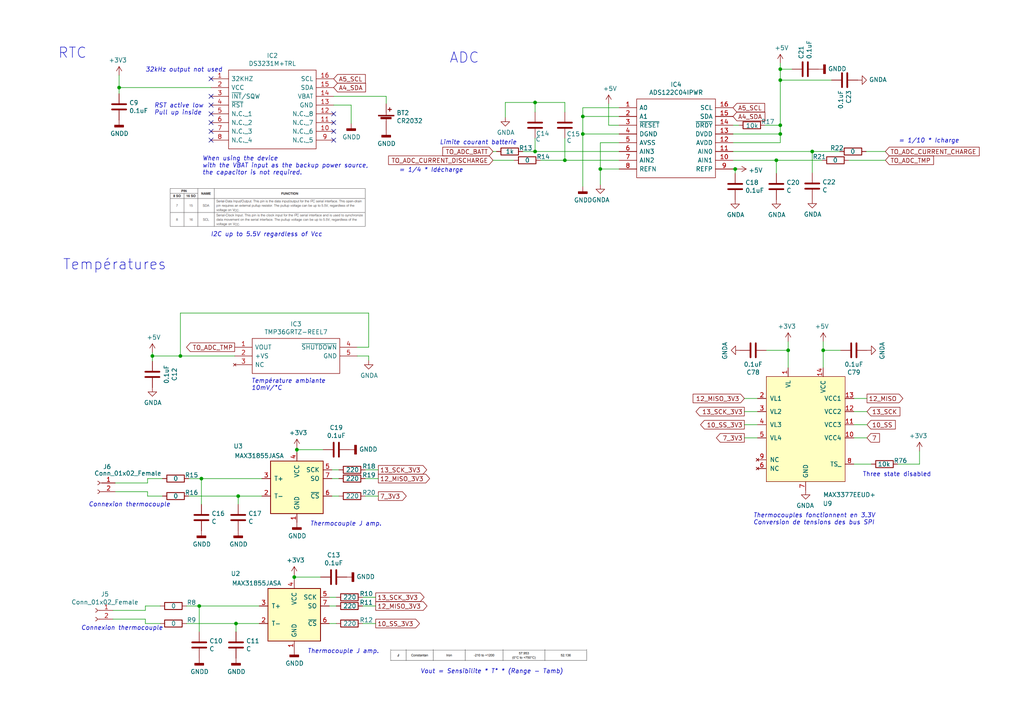
<source format=kicad_sch>
(kicad_sch (version 20231120) (generator "eeschema") (generator_version "8.0")
  (paper "A4")
  (lib_symbols
    (symbol "Connector:Conn_01x02_Female" (pin_names (offset 1.016) hide)
      (property "Reference" "J" (at 0 2.54 0))
      (property "Value" "Conn_01x02_Female" (at 0 -5.08 0))
      (symbol "Conn_01x02_Female_1_1"
        (arc (start 0 -2.032) (mid -0.5058 -2.54) (end 0 -3.048) (stroke (width 0.1524)))
        (polyline (pts (xy -1.27 -2.54) (xy -0.508 -2.54)) (stroke (width 0.1524)))
        (polyline (pts (xy -1.27 0) (xy -0.508 0)) (stroke (width 0.1524)))
        (arc (start 0 0.508) (mid -0.5058 0) (end 0 -0.508) (stroke (width 0.1524)))
        (pin passive line (at -5.08 0 0) (length 3.81) (name "Pin_1") (number "1"))
        (pin passive line (at -5.08 -2.54 0) (length 3.81) (name "Pin_2") (number "2"))
      )
    )
    (symbol "Device:Battery_Cell" (pin_numbers hide) (pin_names (offset 0) hide)
      (property "Reference" "BT" (at 2.54 2.54 0))
      (property "Value" "Battery_Cell" (at 2.54 0 0))
      (symbol "Battery_Cell_0_1"
        (rectangle (start -2.286 1.778) (end 2.286 1.524) (fill (type outline)))
        (rectangle (start -1.5748 1.1938) (end 1.4732 0.6858) (fill (type outline)))
        (polyline (pts (xy 0 0.762) (xy 0 0)))
        (polyline (pts (xy 0 1.778) (xy 0 2.54)))
        (polyline (pts (xy 0.508 3.429) (xy 1.524 3.429)) (stroke (width 0.254)))
        (polyline (pts (xy 1.016 3.937) (xy 1.016 2.921)) (stroke (width 0.254)))
      )
      (symbol "Battery_Cell_1_1"
        (pin passive line (at 0 5.08 270) (length 2.54) (name "+") (number "1"))
        (pin passive line (at 0 -2.54 90) (length 2.54) (name "-") (number "2"))
      )
    )
    (symbol "Device:C" (pin_numbers hide) (pin_names (offset 0.254))
      (property "Reference" "C" (at 0.635 2.54 0))
      (property "Value" "C" (at 0.635 -2.54 0))
      (symbol "C_0_1"
        (polyline (pts (xy -2.032 -0.762) (xy 2.032 -0.762)) (stroke (width 0.508)))
        (polyline (pts (xy -2.032 0.762) (xy 2.032 0.762)) (stroke (width 0.508)))
      )
      (symbol "C_1_1"
        (pin passive line (at 0 3.81 270) (length 2.794) (name "~") (number "1"))
        (pin passive line (at 0 -3.81 90) (length 2.794) (name "~") (number "2"))
      )
    )
    (symbol "Device:R" (pin_numbers hide) (pin_names (offset 0))
      (property "Reference" "R" (at 2.032 0 90))
      (property "Value" "R" (at 0 0 90))
      (symbol "R_0_1"
        (rectangle (start -1.016 -2.54) (end 1.016 2.54) (stroke (width 0.254)))
      )
      (symbol "R_1_1"
        (pin passive line (at 0 3.81 270) (length 1.27) (name "~") (number "1"))
        (pin passive line (at 0 -3.81 90) (length 1.27) (name "~") (number "2"))
      )
    )
    (symbol "Sensor_Temperature:MAX31855JASA" (pin_names (offset 1.016))
      (property "Reference" "U" (at -7.62 8.89 0))
      (property "Value" "MAX31855JASA" (at 1.27 8.89 0))
      (symbol "MAX31855JASA_0_1"
        (rectangle (start -7.62 7.62) (end 7.62 -7.62) (stroke (width 0.254)) (fill (type background)))
      )
      (symbol "MAX31855JASA_1_1"
        (pin power_in line (at 0 -10.16 90) (length 2.54) (name "GND") (number "1"))
        (pin passive line (at -10.16 -2.54 0) (length 2.54) (name "T-") (number "2"))
        (pin passive line (at -10.16 2.54 0) (length 2.54) (name "T+") (number "3"))
        (pin power_in line (at 0 10.16 270) (length 2.54) (name "VCC") (number "4"))
        (pin input line (at 10.16 5.08 180) (length 2.54) (name "SCK") (number "5"))
        (pin input line (at 10.16 -2.54 180) (length 2.54) (name "~{CS}") (number "6"))
        (pin tri_state line (at 10.16 2.54 180) (length 2.54) (name "SO") (number "7"))
      )
    )
    (symbol "open-lion:ADS122C04IPWR" (pin_names (offset 0.762))
      (property "Reference" "IC" (at 29.21 7.62 0))
      (property "Value" "ADS122C04IPWR" (at 29.21 5.08 0))
      (symbol "ADS122C04IPWR_0_0"
        (pin passive line (at 0 0 0) (length 5.08) (name "A0") (number "1"))
        (pin passive line (at 33.02 -15.24 180) (length 5.08) (name "AIN1") (number "10"))
        (pin passive line (at 33.02 -12.7 180) (length 5.08) (name "AIN0") (number "11"))
        (pin passive line (at 33.02 -10.16 180) (length 5.08) (name "AVDD") (number "12"))
        (pin passive line (at 33.02 -7.62 180) (length 5.08) (name "DVDD") (number "13"))
        (pin passive line (at 33.02 -5.08 180) (length 5.08) (name "~{DRDY}") (number "14"))
        (pin passive line (at 33.02 -2.54 180) (length 5.08) (name "SDA") (number "15"))
        (pin passive line (at 33.02 0 180) (length 5.08) (name "SCL") (number "16"))
        (pin passive line (at 0 -2.54 0) (length 5.08) (name "A1") (number "2"))
        (pin passive line (at 0 -5.08 0) (length 5.08) (name "~{RESET}") (number "3"))
        (pin passive line (at 0 -7.62 0) (length 5.08) (name "DGND") (number "4"))
        (pin passive line (at 0 -10.16 0) (length 5.08) (name "AVSS") (number "5"))
        (pin passive line (at 0 -12.7 0) (length 5.08) (name "AIN3") (number "6"))
        (pin passive line (at 0 -15.24 0) (length 5.08) (name "AIN2") (number "7"))
        (pin passive line (at 0 -17.78 0) (length 5.08) (name "REFN") (number "8"))
        (pin passive line (at 33.02 -17.78 180) (length 5.08) (name "REFP") (number "9"))
      )
      (symbol "ADS122C04IPWR_0_1"
        (polyline (pts (xy 5.08 2.54) (xy 27.94 2.54) (xy 27.94 -20.32) (xy 5.08 -20.32) (xy 5.08 2.54)) (stroke (width 0.1524)))
      )
    )
    (symbol "open-lion:DS3231M+TRL" (pin_names (offset 0.762))
      (property "Reference" "IC" (at 31.75 7.62 0))
      (property "Value" "DS3231M+TRL" (at 31.75 5.08 0))
      (symbol "DS3231M+TRL_0_0"
        (pin passive line (at 0 0 0) (length 5.08) (name "32KHZ") (number "1"))
        (pin passive line (at 35.56 -15.24 180) (length 5.08) (name "N.C._6") (number "10"))
        (pin passive line (at 35.56 -12.7 180) (length 5.08) (name "N.C._7") (number "11"))
        (pin passive line (at 35.56 -10.16 180) (length 5.08) (name "N.C._8") (number "12"))
        (pin passive line (at 35.56 -7.62 180) (length 5.08) (name "GND") (number "13"))
        (pin passive line (at 35.56 -5.08 180) (length 5.08) (name "VBAT") (number "14"))
        (pin passive line (at 35.56 -2.54 180) (length 5.08) (name "SDA") (number "15"))
        (pin passive line (at 35.56 0 180) (length 5.08) (name "SCL") (number "16"))
        (pin passive line (at 0 -2.54 0) (length 5.08) (name "VCC") (number "2"))
        (pin passive line (at 0 -5.08 0) (length 5.08) (name "~{INT}/SQW") (number "3"))
        (pin passive line (at 0 -7.62 0) (length 5.08) (name "~{RST}") (number "4"))
        (pin passive line (at 0 -10.16 0) (length 5.08) (name "N.C._1") (number "5"))
        (pin passive line (at 0 -12.7 0) (length 5.08) (name "N.C._2") (number "6"))
        (pin passive line (at 0 -15.24 0) (length 5.08) (name "N.C._3") (number "7"))
        (pin passive line (at 0 -17.78 0) (length 5.08) (name "N.C._4") (number "8"))
        (pin passive line (at 35.56 -17.78 180) (length 5.08) (name "N.C._5") (number "9"))
      )
      (symbol "DS3231M+TRL_0_1"
        (polyline (pts (xy 5.08 2.54) (xy 30.48 2.54) (xy 30.48 -20.32) (xy 5.08 -20.32) (xy 5.08 2.54)) (stroke (width 0.1524)))
      )
    )
    (symbol "open-lion:MAX3377EEUD+" (pin_names (offset 1.016))
      (property "Reference" "U" (at 15.24 -22.86 0))
      (property "Value" "MAX3377EEUD+" (at 15.24 -20.32 0))
      (symbol "MAX3377EEUD+_0_0"
        (pin passive line (at -5.08 15.24 270) (length 2.54) (name "VL") (number "1"))
        (pin passive line (at 13.97 -5.08 180) (length 2.54) (name "VCC4") (number "10"))
        (pin passive line (at 13.97 -1.27 180) (length 2.54) (name "VCC3") (number "11"))
        (pin passive line (at 13.97 2.54 180) (length 2.54) (name "VCC2") (number "12"))
        (pin passive line (at 13.97 6.35 180) (length 2.54) (name "VCC1") (number "13"))
        (pin passive line (at 5.08 15.24 270) (length 2.54) (name "VCC") (number "14"))
        (pin passive line (at -13.97 6.35 0) (length 2.54) (name "VL1") (number "2"))
        (pin passive line (at -13.97 2.54 0) (length 2.54) (name "VL2") (number "3"))
        (pin passive line (at -13.97 -1.27 0) (length 2.54) (name "VL3") (number "4"))
        (pin passive line (at -13.97 -5.08 0) (length 2.54) (name "VL4") (number "5"))
        (pin no_connect line (at -13.97 -13.97 0) (length 2.54) (name "NC") (number "6"))
        (pin passive line (at 0 -20.32 90) (length 2.54) (name "GND") (number "7"))
        (pin passive line (at 13.97 -12.7 180) (length 2.54) (name "TS_") (number "8"))
        (pin no_connect line (at -13.97 -11.43 0) (length 2.54) (name "NC") (number "9"))
      )
      (symbol "MAX3377EEUD+_0_1"
        (rectangle (start -11.43 12.7) (end 11.43 -17.78) (fill (type background)))
      )
    )
    (symbol "open-lion:TMP36GRTZ-REEL7" (pin_names (offset 0.762))
      (property "Reference" "IC" (at 31.75 7.62 0))
      (property "Value" "TMP36GRTZ-REEL7" (at 31.75 5.08 0))
      (symbol "TMP36GRTZ-REEL7_0_0"
        (pin passive line (at 0 0 0) (length 5.08) (name "VOUT") (number "1"))
        (pin passive line (at 0 -2.54 0) (length 5.08) (name "+VS") (number "2"))
        (pin no_connect line (at 0 -5.08 0) (length 5.08) (name "NC") (number "3"))
        (pin passive line (at 35.56 0 180) (length 5.08) (name "~{SHUTDOWN}") (number "4"))
        (pin passive line (at 35.56 -2.54 180) (length 5.08) (name "GND") (number "5"))
      )
      (symbol "TMP36GRTZ-REEL7_0_1"
        (polyline (pts (xy 5.08 2.54) (xy 30.48 2.54) (xy 30.48 -7.62) (xy 5.08 -7.62) (xy 5.08 2.54)) (stroke (width 0.1524)))
      )
    )
    (symbol "power:+3.3V" (power) (pin_names (offset 0))
      (property "Value" "+3.3V" (at 0 3.556 0))
      (symbol "+3.3V_0_1"
        (polyline (pts (xy -0.762 1.27) (xy 0 2.54)))
        (polyline (pts (xy 0 0) (xy 0 2.54)))
        (polyline (pts (xy 0 2.54) (xy 0.762 1.27)))
      )
      (symbol "+3.3V_1_1"
        (pin power_in line (at 0 0 90) (length 0) hide (name "+3V3") (number "1"))
      )
    )
    (symbol "power:+5V" (power) (pin_names (offset 0))
      (property "Value" "+5V" (at 0 3.556 0))
      (symbol "+5V_0_1"
        (polyline (pts (xy -0.762 1.27) (xy 0 2.54)))
        (polyline (pts (xy 0 0) (xy 0 2.54)))
        (polyline (pts (xy 0 2.54) (xy 0.762 1.27)))
      )
      (symbol "+5V_1_1"
        (pin power_in line (at 0 0 90) (length 0) hide (name "+5V") (number "1"))
      )
    )
    (symbol "power:GNDA" (power) (pin_names (offset 0))
      (property "Value" "GNDA" (at 0 -3.81 0))
      (symbol "GNDA_0_1"
        (polyline (pts (xy 0 0) (xy 0 -1.27) (xy 1.27 -1.27) (xy 0 -2.54) (xy -1.27 -1.27) (xy 0 -1.27)))
      )
      (symbol "GNDA_1_1"
        (pin power_in line (at 0 0 270) (length 0) hide (name "GNDA") (number "1"))
      )
    )
    (symbol "power:GNDD" (power) (pin_names (offset 0))
      (property "Value" "GNDD" (at 0 -3.175 0))
      (symbol "GNDD_0_1"
        (rectangle (start -1.27 -1.524) (end 1.27 -2.032) (stroke (width 0.254)) (fill (type outline)))
        (polyline (pts (xy 0 0) (xy 0 -1.524)))
      )
      (symbol "GNDD_1_1"
        (pin power_in line (at 0 0 270) (length 0) hide (name "GNDD") (number "1"))
      )
    )
  )
  (junction (at 163.83 46.482))
  (junction (at 52.324 103.251))
  (junction (at 226.314 36.322))
  (junction (at 57.785 175.768))
  (junction (at 86.106 130.429))
  (junction (at 225.171 46.482))
  (junction (at 169.037 38.862))
  (junction (at 228.6 101.6))
  (junction (at 69.088 143.891))
  (junction (at 174.117 49.022))
  (junction (at 155.194 43.942))
  (junction (at 155.194 29.718))
  (junction (at 85.344 167.386))
  (junction (at 44.196 103.251))
  (junction (at 213.233 49.022))
  (junction (at 226.314 38.862))
  (junction (at 68.453 180.848))
  (junction (at 58.42 138.811))
  (junction (at 226.314 20.066))
  (junction (at 238.76 101.6))
  (junction (at 169.037 33.782))
  (junction (at 235.585 43.942))
  (junction (at 34.544 25.4))
  (junction (at 226.314 23.241))
  (no_connect (at 96.774 38.1))
  (no_connect (at 61.214 22.86))
  (no_connect (at 61.214 33.02))
  (no_connect (at 96.774 33.02))
  (no_connect (at 61.214 35.56))
  (no_connect (at 61.214 38.1))
  (no_connect (at 96.774 35.56))
  (no_connect (at 61.214 30.48))
  (no_connect (at 61.214 40.64))
  (no_connect (at 96.774 40.64))
  (no_connect (at 61.214 27.94))
  (wire (pts (xy 252.73 134.62) (xy 247.65 134.62)))
  (wire (pts (xy 54.737 143.891) (xy 69.088 143.891)))
  (wire (pts (xy 61.214 25.4) (xy 34.544 25.4)))
  (wire (pts (xy 247.65 115.57) (xy 251.46 115.57)))
  (wire (pts (xy 44.196 104.775) (xy 44.196 103.251)))
  (wire (pts (xy 112.014 30.099) (xy 112.014 27.94)))
  (wire (pts (xy 238.76 99.06) (xy 238.76 101.6)))
  (wire (pts (xy 226.314 23.241) (xy 226.314 36.322)))
  (wire (pts (xy 146.558 34.036) (xy 146.558 29.718)))
  (wire (pts (xy 238.76 101.6) (xy 238.76 106.68)))
  (wire (pts (xy 42.799 138.811) (xy 42.799 140.081)))
  (wire (pts (xy 225.171 50.292) (xy 225.171 46.482)))
  (wire (pts (xy 92.964 167.386) (xy 85.344 167.386)))
  (wire (pts (xy 54.102 175.768) (xy 57.785 175.768)))
  (wire (pts (xy 97.536 175.768) (xy 95.504 175.768)))
  (wire (pts (xy 68.072 103.251) (xy 52.324 103.251)))
  (wire (pts (xy 95.504 180.848) (xy 97.536 180.848)))
  (wire (pts (xy 215.9 115.57) (xy 219.71 115.57)))
  (wire (pts (xy 52.324 103.251) (xy 44.196 103.251)))
  (wire (pts (xy 155.194 43.942) (xy 155.194 40.132)))
  (wire (pts (xy 213.868 49.022) (xy 213.233 49.022)))
  (wire (pts (xy 58.42 146.304) (xy 58.42 138.811)))
  (wire (pts (xy 98.298 138.811) (xy 96.266 138.811)))
  (wire (pts (xy 176.53 36.322) (xy 176.53 30.099)))
  (wire (pts (xy 93.726 130.429) (xy 86.106 130.429)))
  (wire (pts (xy 155.194 29.718) (xy 163.83 29.718)))
  (wire (pts (xy 256.794 46.482) (xy 246.126 46.482)))
  (wire (pts (xy 241.173 23.241) (xy 226.314 23.241)))
  (wire (pts (xy 69.088 146.304) (xy 69.088 143.891)))
  (wire (pts (xy 42.164 175.768) (xy 42.164 177.038)))
  (wire (pts (xy 156.718 46.482) (xy 163.83 46.482)))
  (wire (pts (xy 215.9 127) (xy 219.71 127)))
  (wire (pts (xy 96.774 27.94) (xy 112.014 27.94)))
  (wire (pts (xy 212.598 46.482) (xy 225.171 46.482)))
  (wire (pts (xy 151.638 43.942) (xy 155.194 43.942)))
  (wire (pts (xy 32.766 179.578) (xy 42.164 179.578)))
  (wire (pts (xy 34.544 25.4) (xy 34.544 21.844)))
  (wire (pts (xy 106.934 100.711) (xy 103.632 100.711)))
  (wire (pts (xy 52.324 90.805) (xy 106.934 90.805)))
  (wire (pts (xy 57.785 183.261) (xy 57.785 175.768)))
  (wire (pts (xy 52.324 103.251) (xy 52.324 90.805)))
  (wire (pts (xy 97.536 173.228) (xy 95.504 173.228)))
  (wire (pts (xy 226.314 18.288) (xy 226.314 20.066)))
  (wire (pts (xy 155.194 43.942) (xy 179.578 43.942)))
  (wire (pts (xy 69.088 143.891) (xy 75.946 143.891)))
  (wire (pts (xy 98.298 136.271) (xy 96.266 136.271)))
  (wire (pts (xy 54.737 138.811) (xy 58.42 138.811)))
  (wire (pts (xy 106.934 103.251) (xy 106.934 104.521)))
  (wire (pts (xy 155.194 32.512) (xy 155.194 29.718)))
  (wire (pts (xy 222.25 101.6) (xy 228.6 101.6)))
  (wire (pts (xy 228.6 106.68) (xy 228.6 101.6)))
  (wire (pts (xy 226.314 38.862) (xy 226.314 41.402)))
  (wire (pts (xy 103.632 103.251) (xy 106.934 103.251)))
  (wire (pts (xy 228.6 101.6) (xy 228.6 99.06)))
  (wire (pts (xy 225.171 46.482) (xy 238.506 46.482)))
  (wire (pts (xy 105.918 138.811) (xy 109.728 138.811)))
  (wire (pts (xy 106.934 90.805) (xy 106.934 100.711)))
  (wire (pts (xy 251.46 123.19) (xy 247.65 123.19)))
  (wire (pts (xy 163.83 32.512) (xy 163.83 29.718)))
  (wire (pts (xy 221.869 36.322) (xy 226.314 36.322)))
  (wire (pts (xy 47.117 138.811) (xy 42.799 138.811)))
  (wire (pts (xy 42.164 180.848) (xy 46.482 180.848)))
  (wire (pts (xy 213.233 49.022) (xy 212.598 49.022)))
  (wire (pts (xy 105.156 175.768) (xy 108.966 175.768)))
  (wire (pts (xy 163.83 46.482) (xy 179.578 46.482)))
  (wire (pts (xy 260.35 134.62) (xy 266.7 134.62)))
  (wire (pts (xy 226.314 38.862) (xy 212.598 38.862)))
  (wire (pts (xy 169.037 31.242) (xy 169.037 33.782)))
  (wire (pts (xy 251.206 43.942) (xy 256.794 43.942)))
  (wire (pts (xy 169.037 33.782) (xy 169.037 38.862)))
  (wire (pts (xy 105.156 173.228) (xy 108.966 173.228)))
  (wire (pts (xy 33.401 142.621) (xy 42.799 142.621)))
  (wire (pts (xy 68.453 183.261) (xy 68.453 180.848)))
  (wire (pts (xy 42.164 177.038) (xy 32.766 177.038)))
  (wire (pts (xy 179.578 33.782) (xy 169.037 33.782)))
  (wire (pts (xy 42.799 140.081) (xy 33.401 140.081)))
  (wire (pts (xy 169.037 38.862) (xy 179.578 38.862)))
  (wire (pts (xy 109.728 143.891) (xy 105.918 143.891)))
  (wire (pts (xy 58.42 138.811) (xy 75.946 138.811)))
  (wire (pts (xy 169.037 54.102) (xy 169.037 38.862)))
  (wire (pts (xy 179.578 36.322) (xy 176.53 36.322)))
  (wire (pts (xy 44.196 102.235) (xy 44.196 103.251)))
  (wire (pts (xy 144.018 43.942) (xy 143.002 43.942)))
  (wire (pts (xy 174.117 49.022) (xy 174.117 53.594)))
  (wire (pts (xy 42.799 143.891) (xy 47.117 143.891)))
  (wire (pts (xy 215.9 119.38) (xy 219.71 119.38)))
  (wire (pts (xy 57.785 175.768) (xy 75.184 175.768)))
  (wire (pts (xy 266.7 134.62) (xy 266.7 130.81)))
  (wire (pts (xy 54.102 180.848) (xy 68.453 180.848)))
  (wire (pts (xy 212.598 43.942) (xy 235.585 43.942)))
  (wire (pts (xy 85.344 167.386) (xy 85.344 168.148)))
  (wire (pts (xy 212.598 41.402) (xy 226.314 41.402)))
  (wire (pts (xy 46.482 175.768) (xy 42.164 175.768)))
  (wire (pts (xy 101.854 30.48) (xy 101.854 35.814)))
  (wire (pts (xy 42.164 179.578) (xy 42.164 180.848)))
  (wire (pts (xy 143.002 46.482) (xy 149.098 46.482)))
  (wire (pts (xy 214.249 36.322) (xy 212.598 36.322)))
  (wire (pts (xy 247.65 127) (xy 251.46 127)))
  (wire (pts (xy 238.76 101.6) (xy 243.84 101.6)))
  (wire (pts (xy 108.966 180.848) (xy 105.156 180.848)))
  (wire (pts (xy 85.344 166.878) (xy 85.344 167.386)))
  (wire (pts (xy 179.578 31.242) (xy 169.037 31.242)))
  (wire (pts (xy 96.266 143.891) (xy 98.298 143.891)))
  (wire (pts (xy 42.799 142.621) (xy 42.799 143.891)))
  (wire (pts (xy 96.774 30.48) (xy 101.854 30.48)))
  (wire (pts (xy 174.117 41.402) (xy 179.578 41.402)))
  (wire (pts (xy 75.184 180.848) (xy 68.453 180.848)))
  (wire (pts (xy 219.71 123.19) (xy 215.9 123.19)))
  (wire (pts (xy 86.106 130.429) (xy 86.106 131.191)))
  (wire (pts (xy 105.918 136.271) (xy 109.728 136.271)))
  (wire (pts (xy 179.578 49.022) (xy 174.117 49.022)))
  (wire (pts (xy 146.558 29.718) (xy 155.194 29.718)))
  (wire (pts (xy 163.83 40.132) (xy 163.83 46.482)))
  (wire (pts (xy 235.585 43.942) (xy 243.586 43.942)))
  (wire (pts (xy 174.117 41.402) (xy 174.117 49.022)))
  (wire (pts (xy 229.743 20.066) (xy 226.314 20.066)))
  (wire (pts (xy 34.544 27.178) (xy 34.544 25.4)))
  (wire (pts (xy 247.65 119.38) (xy 251.46 119.38)))
  (wire (pts (xy 213.233 50.292) (xy 213.233 49.022)))
  (wire (pts (xy 226.314 20.066) (xy 226.314 23.241)))
  (wire (pts (xy 235.585 50.165) (xy 235.585 43.942)))
  (wire (pts (xy 226.314 36.322) (xy 226.314 38.862)))
  (wire (pts (xy 86.106 129.921) (xy 86.106 130.429)))
  (image (at 141.732 189.992) (scale 0.313333))
  (image (at 77.597 60.198) (scale 0.313333))
  (text "Limite courant batterie" (at 127.508 42.164 0) (effects (font (size 1.27 1.27) (italic yes)) (justify left bottom)))
  (text "ADC" (at 130.302 18.669 0) (effects (font (size 2.9972 2.9972)) (justify left bottom)))
  (text "= 1/4 * Idécharge" (at 115.697 50.165 0) (effects (font (size 1.27 1.27) (italic yes)) (justify left bottom)))
  (text "Thermocouple J amp." (at 89.154 189.738 0) (effects (font (size 1.27 1.27) (italic yes)) (justify left bottom)))
  (text "Connexion thermocouple" (at 25.654 147.193 0) (effects (font (size 1.27 1.27) (italic yes)) (justify left bottom)))
  (text "RTC" (at 16.764 17.272 0) (effects (font (size 2.9972 2.9972)) (justify left bottom)))
  (text "Température ambiante\n10mV/°C" (at 72.898 113.411 0) (effects (font (size 1.27 1.27) (italic yes)) (justify left bottom)))
  (text "32kHz output not used" (at 42.164 21.082 0) (effects (font (size 1.27 1.27) (italic yes)) (justify left bottom)))
  (text "When using the device\nwith the VBAT input as the backup power source, \nthe capacitor is not required." (at 58.674 50.927 0) (effects (font (size 1.27 1.27) (italic yes)) (justify left bottom)))
  (text "I2C up to 5.5V regardless of Vcc" (at 61.087 68.834 0) (effects (font (size 1.27 1.27) (italic yes)) (justify left bottom)))
  (text "Températures" (at 18.161 78.613 0) (effects (font (size 2.9972 2.9972)) (justify left bottom)))
  (text "Three state disabled" (at 250.19 138.43 0) (effects (font (size 1.27 1.27)) (justify left bottom)))
  (text "Thermocouples fonctionnent en 3.3V\nConversion de tensions des bus SPI" (at 218.44 152.4 0) (effects (font (size 1.27 1.27) (italic yes)) (justify left bottom)))
  (text "Connexion thermocouple" (at 23.495 183.007 0) (effects (font (size 1.27 1.27) (italic yes)) (justify left bottom)))
  (text "Thermocouple J amp." (at 89.916 152.781 0) (effects (font (size 1.27 1.27) (italic yes)) (justify left bottom)))
  (text "= 1/10 * Icharge" (at 260.604 41.656 0) (effects (font (size 1.27 1.27) (italic yes)) (justify left bottom)))
  (text "Vout = Sensibilite * T° * (Range - Tamb) " (at 121.92 195.58 0) (effects (font (size 1.27 1.27) (italic yes)) (justify left bottom)))
  (text "RST active low\nPull up inside" (at 44.704 33.528 0) (effects (font (size 1.27 1.27) (italic yes)) (justify left bottom)))
  (global_label "TO_ADC_TMP" (shape output) (at 68.072 100.711 180) (property "Intersheetrefs" "${INTERSHEET_REFS}" (effects (hide yes))))
  (global_label "13_SCK_3V3" (shape output) (at 108.966 173.228 0) (property "Intersheetrefs" "${INTERSHEET_REFS}" (effects (hide yes))))
  (global_label "10_SS_3V3" (shape output) (at 108.966 180.848 0) (property "Intersheetrefs" "${INTERSHEET_REFS}" (effects (hide yes))))
  (global_label "A4_SDA" (shape input) (at 212.598 33.782 0) (property "Intersheetrefs" "${INTERSHEET_REFS}" (effects (hide yes))))
  (global_label "10_SS" (shape input) (at 251.46 123.19 0) (property "Intersheetrefs" "${INTERSHEET_REFS}" (effects (hide yes))))
  (global_label "12_MISO_3V3" (shape input) (at 215.9 115.57 180) (property "Intersheetrefs" "${INTERSHEET_REFS}" (effects (hide yes))))
  (global_label "A5_SCL" (shape input) (at 212.598 31.242 0) (property "Intersheetrefs" "${INTERSHEET_REFS}" (effects (hide yes))))
  (global_label "13_SCK_3V3" (shape output) (at 109.728 136.271 0) (property "Intersheetrefs" "${INTERSHEET_REFS}" (effects (hide yes))))
  (global_label "A5_SCL" (shape input) (at 96.774 22.86 0) (property "Intersheetrefs" "${INTERSHEET_REFS}" (effects (hide yes))))
  (global_label "7_3V3" (shape output) (at 109.728 143.891 0) (property "Intersheetrefs" "${INTERSHEET_REFS}" (effects (hide yes))))
  (global_label "TO_ADC_TMP" (shape input) (at 256.794 46.482 0) (property "Intersheetrefs" "${INTERSHEET_REFS}" (effects (hide yes))))
  (global_label "12_MISO_3V3" (shape output) (at 109.728 138.811 0) (property "Intersheetrefs" "${INTERSHEET_REFS}" (effects (hide yes))))
  (global_label "A4_SDA" (shape input) (at 96.774 25.4 0) (property "Intersheetrefs" "${INTERSHEET_REFS}" (effects (hide yes))))
  (global_label "12_MISO" (shape output) (at 251.46 115.57 0) (property "Intersheetrefs" "${INTERSHEET_REFS}" (effects (hide yes))))
  (global_label "13_SCK_3V3" (shape output) (at 215.9 119.38 180) (property "Intersheetrefs" "${INTERSHEET_REFS}" (effects (hide yes))))
  (global_label "TO_ADC_CURRENT_CHARGE" (shape input) (at 256.794 43.942 0) (property "Intersheetrefs" "${INTERSHEET_REFS}" (effects (hide yes))))
  (global_label "10_SS_3V3" (shape output) (at 215.9 123.19 180) (property "Intersheetrefs" "${INTERSHEET_REFS}" (effects (hide yes))))
  (global_label "TO_ADC_BATT" (shape input) (at 143.002 43.942 180) (property "Intersheetrefs" "${INTERSHEET_REFS}" (effects (hide yes))))
  (global_label "7" (shape input) (at 251.46 127 0) (property "Intersheetrefs" "${INTERSHEET_REFS}" (effects (hide yes))))
  (global_label "12_MISO_3V3" (shape output) (at 108.966 175.768 0) (property "Intersheetrefs" "${INTERSHEET_REFS}" (effects (hide yes))))
  (global_label "7_3V3" (shape output) (at 215.9 127 180) (property "Intersheetrefs" "${INTERSHEET_REFS}" (effects (hide yes))))
  (global_label "13_SCK" (shape input) (at 251.46 119.38 0) (property "Intersheetrefs" "${INTERSHEET_REFS}" (effects (hide yes))))
  (global_label "TO_ADC_CURRENT_DISCHARGE" (shape input) (at 143.002 46.482 180) (property "Intersheetrefs" "${INTERSHEET_REFS}" (effects (hide yes))))
  (symbol (lib_id "open-lion:DS3231M+TRL") (at 61.214 22.86 0) (unit 1)
    (property "Reference" "IC2" (at 78.994 16.129 0))
    (property "Value" "DS3231M+TRL" (at 78.994 18.4404 0))
    (property "Footprint" "open-lion:SOIC127P1032X265-16N" (effects (hide yes)))
    (property "Datasheet" "http://componentsearchengine.com/Datasheets/1/DS3231M+TRL.pdf" (effects (hide yes)))
    (property "Description" "+/-5ppm, I2C Real-Time Clock" (effects (hide yes)))
    (property "Height" "2.65" (effects (hide yes)))
    (property "Manufacturer_Name" "Maxim Integrated" (effects (hide yes)))
    (property "Manufacturer_Part_Number" "DS3231M+TRL" (effects (hide yes)))
    (property "Mouser Part Number" "700-DS3231M+TRL" (effects (hide yes)))
    (property "Mouser Price/Stock" "https://www.mouser.co.uk/ProductDetail/Maxim-Integrated/DS3231M%2bTRL/?qs=Bakm8ERcljq5PBzSwLfmgg%3D%3D" (effects (hide yes)))
    (property "Description_1" "+/-5ppm, I2C Real-Time Clock" (effects (hide yes)))
  )
  (symbol (lib_id "Sensor_Temperature:MAX31855JASA") (at 85.344 178.308 0) (unit 1)
    (property "Reference" "U2" (at 68.326 166.37 0))
    (property "Value" "MAX31855JASA" (at 74.422 169.164 0))
    (property "Footprint" "Package_SO:SOIC-8_3.9x4.9mm_P1.27mm" (effects (hide yes)))
    (property "Datasheet" "http://datasheets.maximintegrated.com/en/ds/MAX31855.pdf" (effects (hide yes)))
  )
  (symbol (lib_id "open-lion:TMP36GRTZ-REEL7") (at 68.072 100.711 0) (unit 1)
    (property "Reference" "IC3" (at 85.852 93.98 0))
    (property "Value" "TMP36GRTZ-REEL7" (at 85.852 96.2914 0))
    (property "Footprint" "open-lion:SOT95P280X145-5N" (effects (hide yes)))
    (property "Datasheet" "http://componentsearchengine.com/Datasheets/3/TMP36GRTZ-REEL7.pdf" (effects (hide yes)))
    (property "Description" "Analog Devices TMP36GRTZ-REEL7 Temperature Sensor 5-Pin SOT-23, -40  +125 C" (effects (hide yes)))
    (property "Height" "1.45" (effects (hide yes)))
    (property "Manufacturer_Name" "Analog Devices" (effects (hide yes)))
    (property "Manufacturer_Part_Number" "TMP36GRTZ-REEL7" (effects (hide yes)))
    (property "Mouser Part Number" "584-TMP36GRTZ-R7" (effects (hide yes)))
    (property "Mouser Price/Stock" "https://www.mouser.co.uk/ProductDetail/Analog-Devices/TMP36GRTZ-REEL7?qs=WIvQP4zGangzM8QiWtNXYQ%3D%3D" (effects (hide yes)))
    (property "Arrow Part Number" "TMP36GRTZ-REEL7" (effects (hide yes)))
    (property "Arrow Price/Stock" "https://www.arrow.com/en/products/tmp36grtz-reel7/analog-devices?region=nac" (effects (hide yes)))
    (property "Description_1" "Analog Devices TMP36GRTZ-REEL7 Temperature Sensor 5-Pin SOT-23, -40  +125 C" (effects (hide yes)))
  )
  (symbol (lib_id "Device:R") (at 50.292 175.768 90) (unit 1)
    (property "Reference" "R8" (at 56.896 174.752 90) (effects (justify left)))
    (property "Value" "0" (at 51.054 175.768 90) (effects (justify left)))
    (property "Footprint" "Resistor_SMD:R_0805_2012Metric" (effects (hide yes)))
  )
  (symbol (lib_id "Device:Battery_Cell") (at 112.014 35.179 0) (unit 1)
    (property "Reference" "BT2" (at 115.0112 32.7406 0) (effects (justify left)))
    (property "Value" "CR2032" (at 115.0112 35.052 0) (effects (justify left)))
    (property "Footprint" "open-lion:BATHLD001TR" (effects (hide yes)))
  )
  (symbol (lib_id "Device:R") (at 50.292 180.848 90) (unit 1)
    (property "Reference" "R9" (at 56.896 179.832 90) (effects (justify left)))
    (property "Value" "0" (at 51.054 180.848 90) (effects (justify left)))
    (property "Footprint" "Resistor_SMD:R_0805_2012Metric" (effects (hide yes)))
  )
  (symbol (lib_id "Device:C") (at 57.785 187.071 180) (unit 1)
    (property "Reference" "C10" (at 60.706 185.9026 0) (effects (justify right)))
    (property "Value" "C" (at 60.706 188.214 0) (effects (justify right)))
    (property "Footprint" "Capacitor_SMD:C_0805_2012Metric" (effects (hide yes)))
  )
  (symbol (lib_id "Device:C") (at 68.453 187.071 180) (unit 1)
    (property "Reference" "C11" (at 71.374 185.9026 0) (effects (justify right)))
    (property "Value" "C" (at 71.374 188.214 0) (effects (justify right)))
    (property "Footprint" "Capacitor_SMD:C_0805_2012Metric" (effects (hide yes)))
  )
  (symbol (lib_id "Device:C") (at 34.544 30.988 0) (unit 1)
    (property "Reference" "C9" (at 37.465 29.8196 0) (effects (justify left)))
    (property "Value" "0.1uF" (at 37.465 32.131 0) (effects (justify left)))
    (property "Footprint" "Capacitor_SMD:C_0805_2012Metric" (effects (hide yes)))
  )
  (symbol (lib_id "Connector:Conn_01x02_Female") (at 28.321 140.081 0) (mirror y) (unit 1)
    (property "Reference" "J6" (at 31.0642 135.382 0))
    (property "Value" "Conn_01x02_Female" (at 37.084 137.287 0))
    (property "Footprint" "Connector_PinSocket_1.27mm:PinSocket_2x01_P1.27mm_Vertical" (effects (hide yes)))
  )
  (symbol (lib_id "Device:R") (at 50.927 138.811 90) (unit 1)
    (property "Reference" "R15" (at 57.531 137.795 90) (effects (justify left)))
    (property "Value" "0" (at 51.689 138.811 90) (effects (justify left)))
    (property "Footprint" "Resistor_SMD:R_0805_2012Metric" (effects (hide yes)))
  )
  (symbol (lib_id "Device:R") (at 50.927 143.891 90) (unit 1)
    (property "Reference" "R16" (at 57.531 142.875 90) (effects (justify left)))
    (property "Value" "0" (at 51.689 143.891 90) (effects (justify left)))
    (property "Footprint" "Resistor_SMD:R_0805_2012Metric" (effects (hide yes)))
  )
  (symbol (lib_id "Device:C") (at 58.42 150.114 180) (unit 1)
    (property "Reference" "C16" (at 61.341 148.9456 0) (effects (justify right)))
    (property "Value" "C" (at 61.341 151.257 0) (effects (justify right)))
    (property "Footprint" "Capacitor_SMD:C_0805_2012Metric" (effects (hide yes)))
  )
  (symbol (lib_id "Device:C") (at 69.088 150.114 180) (unit 1)
    (property "Reference" "C17" (at 72.009 148.9456 0) (effects (justify right)))
    (property "Value" "C" (at 72.009 151.257 0) (effects (justify right)))
    (property "Footprint" "Capacitor_SMD:C_0805_2012Metric" (effects (hide yes)))
  )
  (symbol (lib_id "power:+5V") (at 44.196 102.235 0) (unit 1)
    (property "Reference" "#PWR044" (effects (hide yes)))
    (property "Value" "+5V" (at 44.577 97.8408 0))
  )
  (symbol (lib_id "Device:C") (at 44.196 108.585 180) (unit 1)
    (property "Reference" "C12" (at 50.5968 108.585 90))
    (property "Value" "0.1uF" (at 48.2854 108.585 90))
    (property "Footprint" "Capacitor_SMD:C_0805_2012Metric" (effects (hide yes)))
  )
  (symbol (lib_id "Device:C") (at 96.774 167.386 270) (unit 1)
    (property "Reference" "C13" (at 96.774 160.9852 90))
    (property "Value" "0.1uF" (at 96.774 163.2966 90))
    (property "Footprint" "Capacitor_SMD:C_0805_2012Metric" (effects (hide yes)))
  )
  (symbol (lib_id "Device:R") (at 101.346 173.228 90) (unit 1)
    (property "Reference" "R10" (at 108.204 172.212 90) (effects (justify left)))
    (property "Value" "220" (at 103.378 173.228 90) (effects (justify left)))
    (property "Footprint" "Resistor_SMD:R_0805_2012Metric" (effects (hide yes)))
  )
  (symbol (lib_id "Device:R") (at 101.346 175.768 90) (unit 1)
    (property "Reference" "R11" (at 108.204 174.752 90) (effects (justify left)))
    (property "Value" "220" (at 103.378 175.768 90) (effects (justify left)))
    (property "Footprint" "Resistor_SMD:R_0805_2012Metric" (effects (hide yes)))
  )
  (symbol (lib_id "Device:R") (at 101.346 180.848 90) (unit 1)
    (property "Reference" "R12" (at 108.204 179.832 90) (effects (justify left)))
    (property "Value" "220" (at 103.378 180.848 90) (effects (justify left)))
    (property "Footprint" "Resistor_SMD:R_0805_2012Metric" (effects (hide yes)))
  )
  (symbol (lib_id "Connector:Conn_01x02_Female") (at 27.686 177.038 0) (mirror y) (unit 1)
    (property "Reference" "J5" (at 30.4292 172.339 0))
    (property "Value" "Conn_01x02_Female" (at 30.4292 174.6504 0))
    (property "Footprint" "Connector_PinSocket_1.27mm:PinSocket_2x01_P1.27mm_Vertical" (effects (hide yes)))
  )
  (symbol (lib_id "Sensor_Temperature:MAX31855JASA") (at 86.106 141.351 0) (unit 1)
    (property "Reference" "U3" (at 69.088 129.413 0))
    (property "Value" "MAX31855JASA" (at 75.184 132.207 0))
    (property "Footprint" "Package_SO:SOIC-8_3.9x4.9mm_P1.27mm" (effects (hide yes)))
    (property "Datasheet" "http://datasheets.maximintegrated.com/en/ds/MAX31855.pdf" (effects (hide yes)))
  )
  (symbol (lib_id "Device:C") (at 97.536 130.429 270) (unit 1)
    (property "Reference" "C19" (at 97.536 124.0282 90))
    (property "Value" "0.1uF" (at 97.536 126.3396 90))
    (property "Footprint" "Capacitor_SMD:C_0805_2012Metric" (effects (hide yes)))
  )
  (symbol (lib_id "Device:R") (at 102.108 136.271 90) (unit 1)
    (property "Reference" "R18" (at 108.966 135.255 90) (effects (justify left)))
    (property "Value" "220" (at 104.14 136.271 90) (effects (justify left)))
    (property "Footprint" "Resistor_SMD:R_0805_2012Metric" (effects (hide yes)))
  )
  (symbol (lib_id "Device:R") (at 102.108 138.811 90) (unit 1)
    (property "Reference" "R19" (at 108.966 137.795 90) (effects (justify left)))
    (property "Value" "220" (at 104.14 138.811 90) (effects (justify left)))
    (property "Footprint" "Resistor_SMD:R_0805_2012Metric" (effects (hide yes)))
  )
  (symbol (lib_id "Device:R") (at 102.108 143.891 90) (unit 1)
    (property "Reference" "R20" (at 108.966 142.875 90) (effects (justify left)))
    (property "Value" "220" (at 104.14 143.891 90) (effects (justify left)))
    (property "Footprint" "Resistor_SMD:R_0805_2012Metric" (effects (hide yes)))
  )
  (symbol (lib_id "Device:C") (at 155.194 36.322 180) (unit 1)
    (property "Reference" "C14" (at 155.448 38.735 0) (effects (justify right)))
    (property "Value" "C" (at 155.321 40.386 0) (effects (justify right)))
    (property "Footprint" "Capacitor_SMD:C_0805_2012Metric" (effects (hide yes)))
  )
  (symbol (lib_id "Device:R") (at 147.828 43.942 90) (unit 1)
    (property "Reference" "R13" (at 154.432 42.926 90) (effects (justify left)))
    (property "Value" "1k" (at 149.098 43.942 90) (effects (justify left)))
    (property "Footprint" "Resistor_SMD:R_0805_2012Metric" (effects (hide yes)))
  )
  (symbol (lib_id "Device:R") (at 152.908 46.482 90) (unit 1)
    (property "Reference" "R14" (at 159.512 45.466 90) (effects (justify left)))
    (property "Value" "0" (at 153.67 46.482 90) (effects (justify left)))
    (property "Footprint" "Resistor_SMD:R_0805_2012Metric" (effects (hide yes)))
  )
  (symbol (lib_id "Device:R") (at 247.396 43.942 270) (mirror x) (unit 1)
    (property "Reference" "R22" (at 240.792 42.926 90) (effects (justify left)))
    (property "Value" "0" (at 246.634 43.942 90) (effects (justify left)))
    (property "Footprint" "Resistor_SMD:R_0805_2012Metric" (effects (hide yes)))
  )
  (symbol (lib_id "Device:R") (at 242.316 46.482 270) (mirror x) (unit 1)
    (property "Reference" "R21" (at 235.712 45.466 90) (effects (justify left)))
    (property "Value" "0" (at 241.554 46.482 90) (effects (justify left)))
    (property "Footprint" "Resistor_SMD:R_0805_2012Metric" (effects (hide yes)))
  )
  (symbol (lib_id "Device:C") (at 163.83 36.322 180) (unit 1)
    (property "Reference" "C15" (at 164.338 38.862 0) (effects (justify right)))
    (property "Value" "C" (at 164.338 40.767 0) (effects (justify right)))
    (property "Footprint" "Capacitor_SMD:C_0805_2012Metric" (effects (hide yes)))
  )
  (symbol (lib_id "Device:C") (at 225.171 54.102 180) (unit 1)
    (property "Reference" "C20" (at 228.092 52.9336 0) (effects (justify right)))
    (property "Value" "C" (at 228.092 55.245 0) (effects (justify right)))
    (property "Footprint" "Capacitor_SMD:C_0805_2012Metric" (effects (hide yes)))
  )
  (symbol (lib_id "Device:C") (at 235.585 53.975 180) (unit 1)
    (property "Reference" "C22" (at 238.506 52.8066 0) (effects (justify right)))
    (property "Value" "C" (at 238.506 55.118 0) (effects (justify right)))
    (property "Footprint" "Capacitor_SMD:C_0805_2012Metric" (effects (hide yes)))
  )
  (symbol (lib_id "open-lion:ADS122C04IPWR") (at 179.578 31.242 0) (unit 1)
    (property "Reference" "IC4" (at 196.088 24.511 0))
    (property "Value" "ADS122C04IPWR" (at 196.088 26.8224 0))
    (property "Footprint" "open-lion:SOP65P640X120-16N" (effects (hide yes)))
    (property "Datasheet" "http://www.ti.com/lit/gpn/ads122c04" (effects (hide yes)))
    (property "Description" "Analog to Digital Converters - ADC 24-Bit, 2kSPS, 4-Ch, Low-Power Delta-Sigma ADC With PGA, Voltage Reference, IDACs and I2C Interface 16-TSSOP -40 to 125" (effects (hide yes)))
    (property "Height" "1.2" (effects (hide yes)))
    (property "Manufacturer_Name" "Texas Instruments" (effects (hide yes)))
    (property "Manufacturer_Part_Number" "ADS122C04IPWR" (effects (hide yes)))
    (property "Mouser Part Number" "595-ADS122C04IPWR" (effects (hide yes)))
    (property "Mouser Price/Stock" "https://www.mouser.co.uk/ProductDetail/Texas-Instruments/ADS122C04IPWR?qs=7EBvPakHacWatwmmdfjwqQ%3D%3D" (effects (hide yes)))
    (property "Arrow Part Number" "ADS122C04IPWR" (effects (hide yes)))
    (property "Arrow Price/Stock" "https://www.arrow.com/en/products/ads122c04ipwr/texas-instruments?region=nac" (effects (hide yes)))
    (property "Description_1" "Analog to Digital Converters - ADC 24-Bit, 2kSPS, 4-Ch, Low-Power Delta-Sigma ADC With PGA, Voltage Reference, IDACs and I2C Interface 16-TSSOP -40 to 125" (effects (hide yes)))
  )
  (symbol (lib_id "power:+5V") (at 226.314 18.288 0) (unit 1)
    (property "Reference" "#PWR061" (effects (hide yes)))
    (property "Value" "+5V" (at 226.695 13.8938 0))
  )
  (symbol (lib_id "Device:C") (at 233.553 20.066 90) (unit 1)
    (property "Reference" "C21" (at 232.3846 17.145 0) (effects (justify left)))
    (property "Value" "0.1uF" (at 234.696 17.145 0) (effects (justify left)))
    (property "Footprint" "Capacitor_SMD:C_0805_2012Metric" (effects (hide yes)))
  )
  (symbol (lib_id "Device:C") (at 244.983 23.241 270) (unit 1)
    (property "Reference" "C23" (at 246.1514 26.162 0) (effects (justify left)))
    (property "Value" "0.1uF" (at 243.84 26.162 0) (effects (justify left)))
    (property "Footprint" "Capacitor_SMD:C_0805_2012Metric" (effects (hide yes)))
  )
  (symbol (lib_id "power:+5V") (at 213.868 49.022 270) (unit 1)
    (property "Reference" "#PWR059" (effects (hide yes)))
    (property "Value" "+5V" (at 217.1192 49.403 90) (effects (justify left)))
  )
  (symbol (lib_id "power:+5V") (at 176.53 30.099 0) (unit 1)
    (property "Reference" "#PWR052" (effects (hide yes)))
    (property "Value" "+5V" (at 176.911 25.7048 0))
  )
  (symbol (lib_id "power:GNDD") (at 69.088 153.924 0) (unit 1)
    (property "Reference" "#PWR0161" (effects (hide yes)))
    (property "Value" "GNDD" (at 69.1896 157.861 0))
  )
  (symbol (lib_id "power:GNDD") (at 58.42 153.924 0) (unit 1)
    (property "Reference" "#PWR0162" (effects (hide yes)))
    (property "Value" "GNDD" (at 58.5216 157.861 0))
  )
  (symbol (lib_id "power:GNDD") (at 68.453 190.881 0) (unit 1)
    (property "Reference" "#PWR0163" (effects (hide yes)))
    (property "Value" "GNDD" (at 68.5546 194.818 0))
  )
  (symbol (lib_id "power:GNDD") (at 57.785 190.881 0) (unit 1)
    (property "Reference" "#PWR0164" (effects (hide yes)))
    (property "Value" "GNDD" (at 57.8866 194.818 0))
  )
  (symbol (lib_id "Device:C") (at 213.233 54.102 0) (unit 1)
    (property "Reference" "C18" (at 216.154 52.9336 0) (effects (justify left)))
    (property "Value" "0.1uF" (at 216.154 55.245 0) (effects (justify left)))
    (property "Footprint" "Capacitor_SMD:C_0805_2012Metric" (effects (hide yes)))
  )
  (symbol (lib_id "power:GNDA") (at 213.233 57.912 0) (unit 1)
    (property "Reference" "#PWR058" (effects (hide yes)))
    (property "Value" "GNDA" (at 213.36 62.3062 0))
  )
  (symbol (lib_id "power:GNDA") (at 146.558 34.036 0) (unit 1)
    (property "Reference" "#PWR0165" (effects (hide yes)))
    (property "Value" "GNDA" (at 146.685 38.4302 0))
  )
  (symbol (lib_id "power:GNDA") (at 225.171 57.912 0) (unit 1)
    (property "Reference" "#PWR060" (effects (hide yes)))
    (property "Value" "GNDA" (at 225.298 62.3062 0))
  )
  (symbol (lib_id "power:GNDA") (at 235.585 57.785 0) (unit 1)
    (property "Reference" "#PWR063" (effects (hide yes)))
    (property "Value" "GNDA" (at 235.712 62.1792 0))
  )
  (symbol (lib_id "power:GNDA") (at 174.117 53.594 0) (unit 1)
    (property "Reference" "#PWR051" (effects (hide yes)))
    (property "Value" "GNDA" (at 174.244 57.9882 0))
  )
  (symbol (lib_id "power:GNDD") (at 169.037 54.102 0) (unit 1)
    (property "Reference" "#PWR050" (effects (hide yes)))
    (property "Value" "GNDD" (at 169.1386 58.039 0))
  )
  (symbol (lib_id "power:GNDA") (at 248.793 23.241 90) (unit 1)
    (property "Reference" "#PWR065" (effects (hide yes)))
    (property "Value" "GNDA" (at 252.0442 23.114 90) (effects (justify right)))
  )
  (symbol (lib_id "power:GNDD") (at 237.363 20.066 90) (unit 1)
    (property "Reference" "#PWR064" (effects (hide yes)))
    (property "Value" "GNDD" (at 240.157 19.9644 90) (effects (justify right)))
  )
  (symbol (lib_id "Device:R") (at 218.059 36.322 90) (unit 1)
    (property "Reference" "R17" (at 224.663 35.306 90) (effects (justify left)))
    (property "Value" "10k" (at 219.964 36.449 90) (effects (justify left)))
    (property "Footprint" "Resistor_SMD:R_0805_2012Metric" (effects (hide yes)))
  )
  (symbol (lib_id "power:GNDD") (at 34.544 34.798 0) (unit 1)
    (property "Reference" "#PWR039" (effects (hide yes)))
    (property "Value" "GNDD" (at 34.6456 38.735 0))
  )
  (symbol (lib_id "power:GNDD") (at 101.854 35.814 0) (unit 1)
    (property "Reference" "#PWR042" (effects (hide yes)))
    (property "Value" "GNDD" (at 101.9556 39.751 0))
  )
  (symbol (lib_id "power:GNDD") (at 112.014 37.719 0) (unit 1)
    (property "Reference" "#PWR043" (effects (hide yes)))
    (property "Value" "GNDD" (at 112.1156 41.656 0))
  )
  (symbol (lib_id "power:GNDA") (at 106.934 104.521 0) (unit 1)
    (property "Reference" "#PWR053" (effects (hide yes)))
    (property "Value" "GNDA" (at 107.061 108.9152 0))
  )
  (symbol (lib_id "power:GNDA") (at 44.196 112.395 0) (unit 1)
    (property "Reference" "#PWR045" (effects (hide yes)))
    (property "Value" "GNDA" (at 44.323 116.7892 0))
  )
  (symbol (lib_id "power:GNDD") (at 85.344 188.468 0) (unit 1)
    (property "Reference" "#PWR047" (effects (hide yes)))
    (property "Value" "GNDD" (at 85.4456 192.405 0))
  )
  (symbol (lib_id "power:GNDD") (at 100.584 167.386 90) (unit 1)
    (property "Reference" "#PWR048" (effects (hide yes)))
    (property "Value" "GNDD" (at 103.378 167.2844 90) (effects (justify right)))
  )
  (symbol (lib_id "power:GNDD") (at 101.346 130.429 90) (unit 1)
    (property "Reference" "#PWR062" (effects (hide yes)))
    (property "Value" "GNDD" (at 104.14 130.3274 90) (effects (justify right)))
  )
  (symbol (lib_id "power:GNDD") (at 86.106 151.511 0) (unit 1)
    (property "Reference" "#PWR057" (effects (hide yes)))
    (property "Value" "GNDD" (at 86.2076 155.448 0))
  )
  (symbol (lib_id "power:+3.3V") (at 85.344 166.878 0) (unit 1)
    (property "Reference" "#PWR056" (effects (hide yes)))
    (property "Value" "+3V3" (at 85.725 162.4838 0))
  )
  (symbol (lib_id "power:+3.3V") (at 86.106 129.921 0) (unit 1)
    (property "Reference" "#PWR090" (effects (hide yes)))
    (property "Value" "+3V3" (at 86.487 125.5268 0))
  )
  (symbol (lib_id "power:+5V") (at 238.76 99.06 0) (mirror y) (unit 1)
    (property "Reference" "#PWR0168" (effects (hide yes)))
    (property "Value" "+5V" (at 238.379 94.6658 0))
  )
  (symbol (lib_id "power:+3.3V") (at 228.6 99.06 0) (mirror y) (unit 1)
    (property "Reference" "#PWR0166" (effects (hide yes)))
    (property "Value" "+3V3" (at 228.219 94.6658 0))
  )
  (symbol (lib_id "power:+3.3V") (at 34.544 21.844 0) (mirror y) (unit 1)
    (property "Reference" "#PWR055" (effects (hide yes)))
    (property "Value" "+3V3" (at 34.163 17.4498 0))
  )
  (symbol (lib_id "Device:C") (at 247.65 101.6 270) (mirror x) (unit 1)
    (property "Reference" "C79" (at 247.65 108.0008 90))
    (property "Value" "0.1uF" (at 247.65 105.6894 90))
    (property "Footprint" "Capacitor_SMD:C_0805_2012Metric" (effects (hide yes)))
  )
  (symbol (lib_id "power:GNDA") (at 251.46 101.6 90) (mirror x) (unit 1)
    (property "Reference" "#PWR0169" (effects (hide yes)))
    (property "Value" "GNDA" (at 255.8542 101.727 0))
  )
  (symbol (lib_id "Device:C") (at 218.44 101.6 90) (unit 1)
    (property "Reference" "C78" (at 218.44 108.0008 90))
    (property "Value" "0.1uF" (at 218.44 105.6894 90))
    (property "Footprint" "Capacitor_SMD:C_0805_2012Metric" (effects (hide yes)))
  )
  (symbol (lib_id "power:GNDA") (at 214.63 101.6 270) (unit 1)
    (property "Reference" "#PWR094" (effects (hide yes)))
    (property "Value" "GNDA" (at 210.2358 101.727 0))
  )
  (symbol (lib_id "open-lion:MAX3377EEUD+") (at 233.68 121.92 0) (unit 1)
    (property "Reference" "U9" (at 240.03 146.05 0))
    (property "Value" "MAX3377EEUD+" (at 246.38 143.51 0))
    (property "Footprint" "Package_SO:TSSOP-14_4.4x5mm_P0.65mm" (effects (hide yes)))
    (property "Datasheet" "https://www.farnell.com/datasheets/1804639.pdf" (effects (hide yes)))
    (property "Description" "Low-Voltage Level Translators" (effects (hide yes)))
  )
  (symbol (lib_id "power:GNDA") (at 233.68 142.24 0) (mirror y) (unit 1)
    (property "Reference" "#PWR0167" (effects (hide yes)))
    (property "Value" "GNDA" (at 233.553 146.6342 0))
  )
  (symbol (lib_id "power:+3.3V") (at 266.7 130.81 0) (mirror y) (unit 1)
    (property "Reference" "#PWR0170" (effects (hide yes)))
    (property "Value" "+3V3" (at 266.319 126.4158 0))
  )
  (symbol (lib_id "Device:R") (at 256.54 134.62 90) (unit 1)
    (property "Reference" "R76" (at 263.144 133.604 90) (effects (justify left)))
    (property "Value" "10k" (at 258.2418 134.62 90) (effects (justify left)))
    (property "Footprint" "Resistor_SMD:R_0805_2012Metric" (effects (hide yes)))
  )
)
</source>
